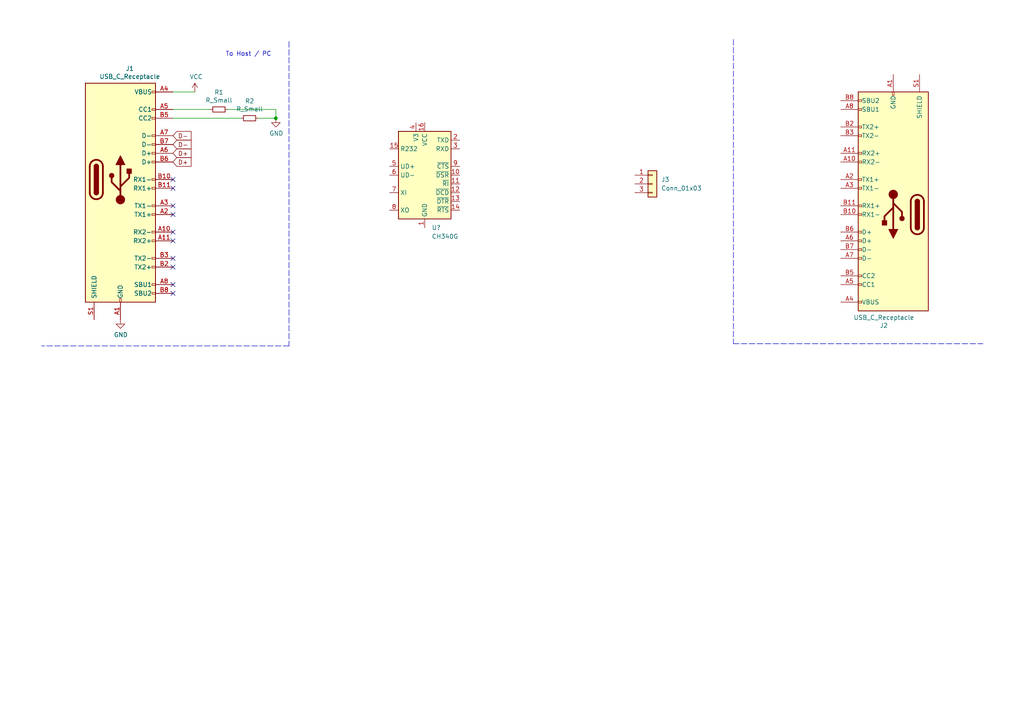
<source format=kicad_sch>
(kicad_sch (version 20211123) (generator eeschema)
  (paper "A4")
  (title_block (title "<<project_name>>") (date "<<date>>") (rev "<<hash>>"))
  (lib_symbols
    (symbol "Connector:USB_C_Receptacle" (pin_names (offset 1.016))
      (property "Reference" "J" (at -10.16 29.21 0))
      (property "Value" "USB_C_Receptacle" (at 10.16 29.21 0))
      (symbol "USB_C_Receptacle_0_0"
        (rectangle (start -0.254 -35.56) (end 0.254 -34.544))
        (rectangle (start 10.16 -32.766) (end 9.144 -33.274))
        (rectangle (start 10.16 -30.226) (end 9.144 -30.734))
        (rectangle (start 10.16 -25.146) (end 9.144 -25.654))
        (rectangle (start 10.16 -22.606) (end 9.144 -23.114))
        (rectangle (start 10.16 -17.526) (end 9.144 -18.034))
        (rectangle (start 10.16 -14.986) (end 9.144 -15.494))
        (rectangle (start 10.16 -9.906) (end 9.144 -10.414))
        (rectangle (start 10.16 -7.366) (end 9.144 -7.874))
        (rectangle (start 10.16 -2.286) (end 9.144 -2.794))
        (rectangle (start 10.16 0.254) (end 9.144 -0.254))
        (rectangle (start 10.16 5.334) (end 9.144 4.826))
        (rectangle (start 10.16 7.874) (end 9.144 7.366))
        (rectangle (start 10.16 10.414) (end 9.144 9.906))
        (rectangle (start 10.16 12.954) (end 9.144 12.446))
        (rectangle (start 10.16 18.034) (end 9.144 17.526))
        (rectangle (start 10.16 20.574) (end 9.144 20.066))
        (rectangle (start 10.16 25.654) (end 9.144 25.146))
      )
      (symbol "USB_C_Receptacle_0_1"
        (rectangle (start -10.16 27.94) (end 10.16 -35.56) (stroke (width 0.254)) (fill (type background)))
        (arc (start -8.89 -3.81) (mid -6.985 -5.715) (end -5.08 -3.81) (stroke (width 0.508)))
        (arc (start -7.62 -3.81) (mid -6.985 -4.445) (end -6.35 -3.81) (stroke (width 0.254)))
        (arc (start -7.62 -3.81) (mid -6.985 -4.445) (end -6.35 -3.81) (stroke (width 0.254)) (fill (type outline)))
        (rectangle (start -7.62 -3.81) (end -6.35 3.81) (stroke (width 0.254)) (fill (type outline)))
        (arc (start -6.35 3.81) (mid -6.985 4.445) (end -7.62 3.81) (stroke (width 0.254)))
        (arc (start -6.35 3.81) (mid -6.985 4.445) (end -7.62 3.81) (stroke (width 0.254)) (fill (type outline)))
        (arc (start -5.08 3.81) (mid -6.985 5.715) (end -8.89 3.81) (stroke (width 0.508)))
        (polyline (pts (xy -8.89 -3.81) (xy -8.89 3.81)) (stroke (width 0.508)))
        (polyline (pts (xy -5.08 3.81) (xy -5.08 -3.81)) (stroke (width 0.508)))
      )
      (symbol "USB_C_Receptacle_1_1"
        (circle (center -2.54 1.143) (radius 0.635) (stroke (width 0.254)) (fill (type outline)))
        (circle (center 0 -5.842) (radius 1.27) (fill (type outline)))
        (polyline (pts (xy 0 -5.842) (xy 0 4.318)) (stroke (width 0.508)))
        (polyline (pts (xy 0 -3.302) (xy -2.54 -0.762) (xy -2.54 0.508)) (stroke (width 0.508)))
        (polyline (pts (xy 0 -2.032) (xy 2.54 0.508) (xy 2.54 1.778)) (stroke (width 0.508)))
        (polyline (pts (xy -1.27 4.318) (xy 0 6.858) (xy 1.27 4.318) (xy -1.27 4.318)) (stroke (width 0.254)) (fill (type outline)))
        (rectangle (start 1.905 1.778) (end 3.175 3.048) (stroke (width 0.254)) (fill (type outline)))
        (pin passive line (at 0 -40.64 90) (length 5.08) (name "GND") (number "A1"))
        (pin bidirectional line (at 15.24 -15.24 180) (length 5.08) (name "RX2-") (number "A10"))
        (pin bidirectional line (at 15.24 -17.78 180) (length 5.08) (name "RX2+") (number "A11"))
        (pin passive line (at 0 -40.64 90) (length 5.08) hide (name "GND") (number "A12"))
        (pin bidirectional line (at 15.24 -10.16 180) (length 5.08) (name "TX1+") (number "A2"))
        (pin bidirectional line (at 15.24 -7.62 180) (length 5.08) (name "TX1-") (number "A3"))
        (pin passive line (at 15.24 25.4 180) (length 5.08) (name "VBUS") (number "A4"))
        (pin bidirectional line (at 15.24 20.32 180) (length 5.08) (name "CC1") (number "A5"))
        (pin bidirectional line (at 15.24 7.62 180) (length 5.08) (name "D+") (number "A6"))
        (pin bidirectional line (at 15.24 12.7 180) (length 5.08) (name "D-") (number "A7"))
        (pin bidirectional line (at 15.24 -30.48 180) (length 5.08) (name "SBU1") (number "A8"))
        (pin passive line (at 15.24 25.4 180) (length 5.08) hide (name "VBUS") (number "A9"))
        (pin passive line (at 0 -40.64 90) (length 5.08) hide (name "GND") (number "B1"))
        (pin bidirectional line (at 15.24 0 180) (length 5.08) (name "RX1-") (number "B10"))
        (pin bidirectional line (at 15.24 -2.54 180) (length 5.08) (name "RX1+") (number "B11"))
        (pin passive line (at 0 -40.64 90) (length 5.08) hide (name "GND") (number "B12"))
        (pin bidirectional line (at 15.24 -25.4 180) (length 5.08) (name "TX2+") (number "B2"))
        (pin bidirectional line (at 15.24 -22.86 180) (length 5.08) (name "TX2-") (number "B3"))
        (pin passive line (at 15.24 25.4 180) (length 5.08) hide (name "VBUS") (number "B4"))
        (pin bidirectional line (at 15.24 17.78 180) (length 5.08) (name "CC2") (number "B5"))
        (pin bidirectional line (at 15.24 5.08 180) (length 5.08) (name "D+") (number "B6"))
        (pin bidirectional line (at 15.24 10.16 180) (length 5.08) (name "D-") (number "B7"))
        (pin bidirectional line (at 15.24 -33.02 180) (length 5.08) (name "SBU2") (number "B8"))
        (pin passive line (at 15.24 25.4 180) (length 5.08) hide (name "VBUS") (number "B9"))
        (pin passive line (at -7.62 -40.64 90) (length 5.08) (name "SHIELD") (number "S1"))
      )
    )
    (symbol "Connector_Generic:Conn_01x03" (pin_names (offset 1.016) hide)
      (property "Reference" "J" (at 0 5.08 0))
      (property "Value" "Conn_01x03" (at 0 -5.08 0))
      (symbol "Conn_01x03_1_1"
        (rectangle (start -1.27 -2.413) (end 0 -2.667) (stroke (width 0.1524)))
        (rectangle (start -1.27 0.127) (end 0 -0.127) (stroke (width 0.1524)))
        (rectangle (start -1.27 2.667) (end 0 2.413) (stroke (width 0.1524)))
        (rectangle (start -1.27 3.81) (end 1.27 -3.81) (stroke (width 0.254)) (fill (type background)))
        (pin passive line (at -5.08 2.54 0) (length 3.81) (name "Pin_1") (number "1"))
        (pin passive line (at -5.08 0 0) (length 3.81) (name "Pin_2") (number "2"))
        (pin passive line (at -5.08 -2.54 0) (length 3.81) (name "Pin_3") (number "3"))
      )
    )
    (symbol "Device:R_Small" (pin_numbers hide) (pin_names (offset 0.254) hide)
      (property "Reference" "R" (at 0.762 0.508 0))
      (property "Value" "R_Small" (at 0.762 -1.016 0))
      (symbol "R_Small_0_1"
        (rectangle (start -0.762 1.778) (end 0.762 -1.778) (stroke (width 0.2032)))
      )
      (symbol "R_Small_1_1"
        (pin passive line (at 0 2.54 270) (length 0.762) (name "~") (number "1"))
        (pin passive line (at 0 -2.54 90) (length 0.762) (name "~") (number "2"))
      )
    )
    (symbol "Interface_USB:CH340G"
      (property "Reference" "U" (at -5.08 13.97 0))
      (property "Value" "CH340G" (at 1.27 13.97 0))
      (symbol "CH340G_0_1"
        (rectangle (start -7.62 12.7) (end 7.62 -12.7) (stroke (width 0.254)) (fill (type background)))
      )
      (symbol "CH340G_1_1"
        (pin power_in line (at 0 -15.24 90) (length 2.54) (name "GND") (number "1"))
        (pin input line (at 10.16 0 180) (length 2.54) (name "~{DSR}") (number "10"))
        (pin input line (at 10.16 -2.54 180) (length 2.54) (name "~{RI}") (number "11"))
        (pin input line (at 10.16 -5.08 180) (length 2.54) (name "~{DCD}") (number "12"))
        (pin output line (at 10.16 -7.62 180) (length 2.54) (name "~{DTR}") (number "13"))
        (pin output line (at 10.16 -10.16 180) (length 2.54) (name "~{RTS}") (number "14"))
        (pin input line (at -10.16 7.62 0) (length 2.54) (name "R232") (number "15"))
        (pin power_in line (at 0 15.24 270) (length 2.54) (name "VCC") (number "16"))
        (pin output line (at 10.16 10.16 180) (length 2.54) (name "TXD") (number "2"))
        (pin input line (at 10.16 7.62 180) (length 2.54) (name "RXD") (number "3"))
        (pin passive line (at -2.54 15.24 270) (length 2.54) (name "V3") (number "4"))
        (pin bidirectional line (at -10.16 2.54 0) (length 2.54) (name "UD+") (number "5"))
        (pin bidirectional line (at -10.16 0 0) (length 2.54) (name "UD-") (number "6"))
        (pin input line (at -10.16 -5.08 0) (length 2.54) (name "XI") (number "7"))
        (pin output line (at -10.16 -10.16 0) (length 2.54) (name "XO") (number "8"))
        (pin input line (at 10.16 2.54 180) (length 2.54) (name "~{CTS}") (number "9"))
      )
    )
    (symbol "power:GND" (power) (pin_names (offset 0))
      (property "Value" "GND" (at 0 -3.81 0))
      (symbol "GND_0_1"
        (polyline (pts (xy 0 0) (xy 0 -1.27) (xy 1.27 -1.27) (xy 0 -2.54) (xy -1.27 -1.27) (xy 0 -1.27)))
      )
      (symbol "GND_1_1"
        (pin power_in line (at 0 0 270) (length 0) hide (name "GND") (number "1"))
      )
    )
    (symbol "power:VCC" (power) (pin_names (offset 0))
      (property "Value" "VCC" (at 0 3.81 0))
      (symbol "VCC_0_1"
        (polyline (pts (xy -0.762 1.27) (xy 0 2.54)))
        (polyline (pts (xy 0 0) (xy 0 2.54)))
        (polyline (pts (xy 0 2.54) (xy 0.762 1.27)))
      )
      (symbol "VCC_1_1"
        (pin power_in line (at 0 0 90) (length 0) hide (name "VCC") (number "1"))
      )
    )
  )
  (junction (at 80.01 34.29))
  (no_connect (at 50.165 67.31))
  (no_connect (at 50.165 59.69))
  (no_connect (at 50.165 52.07))
  (no_connect (at 50.165 77.47))
  (no_connect (at 50.165 54.61))
  (no_connect (at 50.165 85.09))
  (no_connect (at 50.165 82.55))
  (no_connect (at 50.165 62.23))
  (no_connect (at 50.165 69.85))
  (no_connect (at 50.165 74.93))
  (polyline (pts (xy 212.725 99.695) (xy 285.115 99.695)))
  (wire (pts (xy 80.01 31.75) (xy 80.01 34.29)))
  (wire (pts (xy 50.165 31.75) (xy 60.96 31.75)))
  (polyline (pts (xy 83.82 100.33) (xy 12.065 100.33)))
  (polyline (pts (xy 83.82 12.065) (xy 83.82 100.33)))
  (wire (pts (xy 69.85 34.29) (xy 50.165 34.29)))
  (wire (pts (xy 80.01 34.29) (xy 74.93 34.29)))
  (wire (pts (xy 66.04 31.75) (xy 80.01 31.75)))
  (polyline (pts (xy 212.725 11.43) (xy 212.725 99.695)))
  (wire (pts (xy 50.165 26.67) (xy 56.515 26.67)))
  (text "To Host / PC" (at 65.405 16.51 0) (effects (font (size 1.27 1.27)) (justify left bottom)))
  (global_label "D+" (shape input) (at 50.165 44.45 0) (property "Intersheet References" "${INTERSHEET_REFS}" (effects hide)))
  (global_label "D-" (shape input) (at 50.165 41.91 0) (property "Intersheet References" "${INTERSHEET_REFS}" (effects hide)))
  (global_label "D+" (shape input) (at 50.165 46.99 0) (property "Intersheet References" "${INTERSHEET_REFS}" (effects hide)))
  (global_label "D-" (shape input) (at 50.165 39.37 0) (property "Intersheet References" "${INTERSHEET_REFS}" (effects hide)))
  (symbol (lib_id "Connector:USB_C_Receptacle") (at 34.925 52.07 0) (unit 1)
    (property "Reference" "J1" (at 37.6428 19.8882 0))
    (property "Value" "USB_C_Receptacle" (at 37.6428 22.1996 0))
    (property "Footprint" "Connector_USB:USB_C_Receptacle_HRO_TYPE-C-31-M-12" (effects hide))
    (property "Datasheet" "https://www.usb.org/sites/default/files/documents/usb_type-c.zip" (effects hide))
  )
  (symbol (lib_id "Connector:USB_C_Receptacle") (at 259.08 62.23 180) (unit 1)
    (property "Reference" "J2" (at 256.3622 94.4118 0))
    (property "Value" "USB_C_Receptacle" (at 256.3622 92.1004 0))
    (property "Footprint" "Connector_USB:USB_C_Receptacle_HRO_TYPE-C-31-M-12" (effects hide))
    (property "Datasheet" "https://www.usb.org/sites/default/files/documents/usb_type-c.zip" (effects hide))
  )
  (symbol (lib_id "power:GND") (at 34.925 92.71 0) (unit 1)
    (property "Reference" "#PWR0102" (effects hide))
    (property "Value" "GND" (at 35.052 97.1042 0))
  )
  (symbol (lib_id "power:VCC") (at 56.515 26.67 0) (unit 1)
    (property "Reference" "#PWR0103" (effects hide))
    (property "Value" "VCC" (at 56.896 22.2758 0))
  )
  (symbol (lib_id "Device:R_Small") (at 63.5 31.75 270) (unit 1)
    (property "Reference" "R1" (at 63.5 26.7716 90))
    (property "Value" "R_Small" (at 63.5 29.083 90))
    (property "Footprint" "Resistor_SMD:R_0805_2012Metric" (effects hide))
  )
  (symbol (lib_id "Device:R_Small") (at 72.39 34.29 270) (unit 1)
    (property "Reference" "R2" (at 72.39 29.3116 90))
    (property "Value" "R_Small" (at 72.39 31.623 90))
    (property "Footprint" "Resistor_SMD:R_0805_2012Metric" (effects hide))
  )
  (symbol (lib_id "power:GND") (at 80.01 34.29 0) (unit 1)
    (property "Reference" "#PWR0101" (effects hide))
    (property "Value" "GND" (at 80.137 38.6842 0))
  )
  (symbol (lib_id "Connector_Generic:Conn_01x03") (at 189.23 53.34 0) (unit 1)
    (property "Reference" "J3" (at 191.77 52.0699 0) (effects (justify left)))
    (property "Value" "Conn_01x03" (at 191.77 54.6099 0) (effects (justify left)))
    (property "Footprint" "Connector:Pogo-Pin-01x03_2.54" (effects hide))
  )
  (symbol (lib_id "Interface_USB:CH340G") (at 123.19 50.8 0) (unit 1)
    (property "Reference" "U?" (at 125.2094 66.04 0) (effects (justify left)))
    (property "Value" "CH340G" (at 125.2094 68.58 0) (effects (justify left)))
    (property "Footprint" "Package_SO:SOIC-16_3.9x9.9mm_P1.27mm" (effects hide))
    (property "Datasheet" "http://www.datasheet5.com/pdf-local-2195953" (effects hide))
  )
)
</source>
